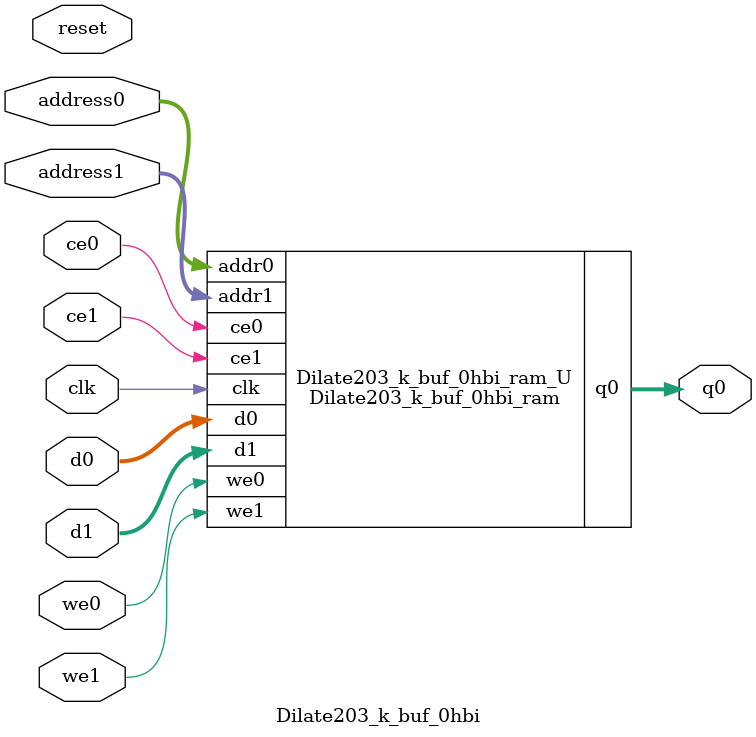
<source format=v>
`timescale 1 ns / 1 ps
module Dilate203_k_buf_0hbi_ram (addr0, ce0, d0, we0, q0, addr1, ce1, d1, we1,  clk);

parameter DWIDTH = 8;
parameter AWIDTH = 11;
parameter MEM_SIZE = 1280;

input[AWIDTH-1:0] addr0;
input ce0;
input[DWIDTH-1:0] d0;
input we0;
output reg[DWIDTH-1:0] q0;
input[AWIDTH-1:0] addr1;
input ce1;
input[DWIDTH-1:0] d1;
input we1;
input clk;

(* ram_style = "block" *)reg [DWIDTH-1:0] ram[0:MEM_SIZE-1];




always @(posedge clk)  
begin 
    if (ce0) begin
        if (we0) 
            ram[addr0] <= d0; 
        q0 <= ram[addr0];
    end
end


always @(posedge clk)  
begin 
    if (ce1) begin
        if (we1) 
            ram[addr1] <= d1; 
    end
end


endmodule

`timescale 1 ns / 1 ps
module Dilate203_k_buf_0hbi(
    reset,
    clk,
    address0,
    ce0,
    we0,
    d0,
    q0,
    address1,
    ce1,
    we1,
    d1);

parameter DataWidth = 32'd8;
parameter AddressRange = 32'd1280;
parameter AddressWidth = 32'd11;
input reset;
input clk;
input[AddressWidth - 1:0] address0;
input ce0;
input we0;
input[DataWidth - 1:0] d0;
output[DataWidth - 1:0] q0;
input[AddressWidth - 1:0] address1;
input ce1;
input we1;
input[DataWidth - 1:0] d1;



Dilate203_k_buf_0hbi_ram Dilate203_k_buf_0hbi_ram_U(
    .clk( clk ),
    .addr0( address0 ),
    .ce0( ce0 ),
    .we0( we0 ),
    .d0( d0 ),
    .q0( q0 ),
    .addr1( address1 ),
    .ce1( ce1 ),
    .we1( we1 ),
    .d1( d1 ));

endmodule


</source>
